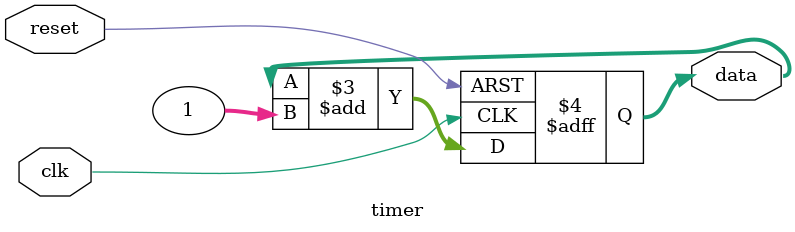
<source format=v>

module timer(
    input clk,
    input reset,
    output reg [31:0] data
);

    always @( posedge clk or negedge reset )
    begin

        if( ~reset )
            data <= 0;
        else
            data <= data + 1;
    end

endmodule


</source>
